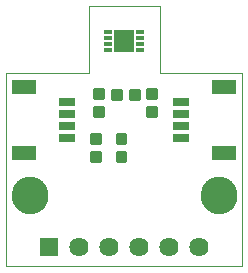
<source format=gts>
G75*
%MOIN*%
%OFA0B0*%
%FSLAX25Y25*%
%IPPOS*%
%LPD*%
%AMOC8*
5,1,8,0,0,1.08239X$1,22.5*
%
%ADD10C,0.00100*%
%ADD11C,0.00000*%
%ADD12C,0.12211*%
%ADD13C,0.01287*%
%ADD14R,0.06400X0.06400*%
%ADD15C,0.06400*%
%ADD16R,0.05715X0.02762*%
%ADD17R,0.08274X0.05124*%
%ADD18R,0.06502X0.07683*%
%ADD19R,0.02762X0.01581*%
D10*
X0011938Y0001701D02*
X0011938Y0066268D01*
X0039498Y0066268D01*
X0039498Y0088315D01*
X0063120Y0088315D01*
X0063120Y0066268D01*
X0090679Y0066268D01*
X0090679Y0001701D01*
X0011938Y0001701D01*
D11*
X0013906Y0025323D02*
X0013908Y0025476D01*
X0013914Y0025630D01*
X0013924Y0025783D01*
X0013938Y0025935D01*
X0013956Y0026088D01*
X0013978Y0026239D01*
X0014003Y0026390D01*
X0014033Y0026541D01*
X0014067Y0026691D01*
X0014104Y0026839D01*
X0014145Y0026987D01*
X0014190Y0027133D01*
X0014239Y0027279D01*
X0014292Y0027423D01*
X0014348Y0027565D01*
X0014408Y0027706D01*
X0014472Y0027846D01*
X0014539Y0027984D01*
X0014610Y0028120D01*
X0014685Y0028254D01*
X0014762Y0028386D01*
X0014844Y0028516D01*
X0014928Y0028644D01*
X0015016Y0028770D01*
X0015107Y0028893D01*
X0015201Y0029014D01*
X0015299Y0029132D01*
X0015399Y0029248D01*
X0015503Y0029361D01*
X0015609Y0029472D01*
X0015718Y0029580D01*
X0015830Y0029685D01*
X0015944Y0029786D01*
X0016062Y0029885D01*
X0016181Y0029981D01*
X0016303Y0030074D01*
X0016428Y0030163D01*
X0016555Y0030250D01*
X0016684Y0030332D01*
X0016815Y0030412D01*
X0016948Y0030488D01*
X0017083Y0030561D01*
X0017220Y0030630D01*
X0017359Y0030695D01*
X0017499Y0030757D01*
X0017641Y0030815D01*
X0017784Y0030870D01*
X0017929Y0030921D01*
X0018075Y0030968D01*
X0018222Y0031011D01*
X0018370Y0031050D01*
X0018519Y0031086D01*
X0018669Y0031117D01*
X0018820Y0031145D01*
X0018971Y0031169D01*
X0019124Y0031189D01*
X0019276Y0031205D01*
X0019429Y0031217D01*
X0019582Y0031225D01*
X0019735Y0031229D01*
X0019889Y0031229D01*
X0020042Y0031225D01*
X0020195Y0031217D01*
X0020348Y0031205D01*
X0020500Y0031189D01*
X0020653Y0031169D01*
X0020804Y0031145D01*
X0020955Y0031117D01*
X0021105Y0031086D01*
X0021254Y0031050D01*
X0021402Y0031011D01*
X0021549Y0030968D01*
X0021695Y0030921D01*
X0021840Y0030870D01*
X0021983Y0030815D01*
X0022125Y0030757D01*
X0022265Y0030695D01*
X0022404Y0030630D01*
X0022541Y0030561D01*
X0022676Y0030488D01*
X0022809Y0030412D01*
X0022940Y0030332D01*
X0023069Y0030250D01*
X0023196Y0030163D01*
X0023321Y0030074D01*
X0023443Y0029981D01*
X0023562Y0029885D01*
X0023680Y0029786D01*
X0023794Y0029685D01*
X0023906Y0029580D01*
X0024015Y0029472D01*
X0024121Y0029361D01*
X0024225Y0029248D01*
X0024325Y0029132D01*
X0024423Y0029014D01*
X0024517Y0028893D01*
X0024608Y0028770D01*
X0024696Y0028644D01*
X0024780Y0028516D01*
X0024862Y0028386D01*
X0024939Y0028254D01*
X0025014Y0028120D01*
X0025085Y0027984D01*
X0025152Y0027846D01*
X0025216Y0027706D01*
X0025276Y0027565D01*
X0025332Y0027423D01*
X0025385Y0027279D01*
X0025434Y0027133D01*
X0025479Y0026987D01*
X0025520Y0026839D01*
X0025557Y0026691D01*
X0025591Y0026541D01*
X0025621Y0026390D01*
X0025646Y0026239D01*
X0025668Y0026088D01*
X0025686Y0025935D01*
X0025700Y0025783D01*
X0025710Y0025630D01*
X0025716Y0025476D01*
X0025718Y0025323D01*
X0025716Y0025170D01*
X0025710Y0025016D01*
X0025700Y0024863D01*
X0025686Y0024711D01*
X0025668Y0024558D01*
X0025646Y0024407D01*
X0025621Y0024256D01*
X0025591Y0024105D01*
X0025557Y0023955D01*
X0025520Y0023807D01*
X0025479Y0023659D01*
X0025434Y0023513D01*
X0025385Y0023367D01*
X0025332Y0023223D01*
X0025276Y0023081D01*
X0025216Y0022940D01*
X0025152Y0022800D01*
X0025085Y0022662D01*
X0025014Y0022526D01*
X0024939Y0022392D01*
X0024862Y0022260D01*
X0024780Y0022130D01*
X0024696Y0022002D01*
X0024608Y0021876D01*
X0024517Y0021753D01*
X0024423Y0021632D01*
X0024325Y0021514D01*
X0024225Y0021398D01*
X0024121Y0021285D01*
X0024015Y0021174D01*
X0023906Y0021066D01*
X0023794Y0020961D01*
X0023680Y0020860D01*
X0023562Y0020761D01*
X0023443Y0020665D01*
X0023321Y0020572D01*
X0023196Y0020483D01*
X0023069Y0020396D01*
X0022940Y0020314D01*
X0022809Y0020234D01*
X0022676Y0020158D01*
X0022541Y0020085D01*
X0022404Y0020016D01*
X0022265Y0019951D01*
X0022125Y0019889D01*
X0021983Y0019831D01*
X0021840Y0019776D01*
X0021695Y0019725D01*
X0021549Y0019678D01*
X0021402Y0019635D01*
X0021254Y0019596D01*
X0021105Y0019560D01*
X0020955Y0019529D01*
X0020804Y0019501D01*
X0020653Y0019477D01*
X0020500Y0019457D01*
X0020348Y0019441D01*
X0020195Y0019429D01*
X0020042Y0019421D01*
X0019889Y0019417D01*
X0019735Y0019417D01*
X0019582Y0019421D01*
X0019429Y0019429D01*
X0019276Y0019441D01*
X0019124Y0019457D01*
X0018971Y0019477D01*
X0018820Y0019501D01*
X0018669Y0019529D01*
X0018519Y0019560D01*
X0018370Y0019596D01*
X0018222Y0019635D01*
X0018075Y0019678D01*
X0017929Y0019725D01*
X0017784Y0019776D01*
X0017641Y0019831D01*
X0017499Y0019889D01*
X0017359Y0019951D01*
X0017220Y0020016D01*
X0017083Y0020085D01*
X0016948Y0020158D01*
X0016815Y0020234D01*
X0016684Y0020314D01*
X0016555Y0020396D01*
X0016428Y0020483D01*
X0016303Y0020572D01*
X0016181Y0020665D01*
X0016062Y0020761D01*
X0015944Y0020860D01*
X0015830Y0020961D01*
X0015718Y0021066D01*
X0015609Y0021174D01*
X0015503Y0021285D01*
X0015399Y0021398D01*
X0015299Y0021514D01*
X0015201Y0021632D01*
X0015107Y0021753D01*
X0015016Y0021876D01*
X0014928Y0022002D01*
X0014844Y0022130D01*
X0014762Y0022260D01*
X0014685Y0022392D01*
X0014610Y0022526D01*
X0014539Y0022662D01*
X0014472Y0022800D01*
X0014408Y0022940D01*
X0014348Y0023081D01*
X0014292Y0023223D01*
X0014239Y0023367D01*
X0014190Y0023513D01*
X0014145Y0023659D01*
X0014104Y0023807D01*
X0014067Y0023955D01*
X0014033Y0024105D01*
X0014003Y0024256D01*
X0013978Y0024407D01*
X0013956Y0024558D01*
X0013938Y0024711D01*
X0013924Y0024863D01*
X0013914Y0025016D01*
X0013908Y0025170D01*
X0013906Y0025323D01*
X0076899Y0025323D02*
X0076901Y0025476D01*
X0076907Y0025630D01*
X0076917Y0025783D01*
X0076931Y0025935D01*
X0076949Y0026088D01*
X0076971Y0026239D01*
X0076996Y0026390D01*
X0077026Y0026541D01*
X0077060Y0026691D01*
X0077097Y0026839D01*
X0077138Y0026987D01*
X0077183Y0027133D01*
X0077232Y0027279D01*
X0077285Y0027423D01*
X0077341Y0027565D01*
X0077401Y0027706D01*
X0077465Y0027846D01*
X0077532Y0027984D01*
X0077603Y0028120D01*
X0077678Y0028254D01*
X0077755Y0028386D01*
X0077837Y0028516D01*
X0077921Y0028644D01*
X0078009Y0028770D01*
X0078100Y0028893D01*
X0078194Y0029014D01*
X0078292Y0029132D01*
X0078392Y0029248D01*
X0078496Y0029361D01*
X0078602Y0029472D01*
X0078711Y0029580D01*
X0078823Y0029685D01*
X0078937Y0029786D01*
X0079055Y0029885D01*
X0079174Y0029981D01*
X0079296Y0030074D01*
X0079421Y0030163D01*
X0079548Y0030250D01*
X0079677Y0030332D01*
X0079808Y0030412D01*
X0079941Y0030488D01*
X0080076Y0030561D01*
X0080213Y0030630D01*
X0080352Y0030695D01*
X0080492Y0030757D01*
X0080634Y0030815D01*
X0080777Y0030870D01*
X0080922Y0030921D01*
X0081068Y0030968D01*
X0081215Y0031011D01*
X0081363Y0031050D01*
X0081512Y0031086D01*
X0081662Y0031117D01*
X0081813Y0031145D01*
X0081964Y0031169D01*
X0082117Y0031189D01*
X0082269Y0031205D01*
X0082422Y0031217D01*
X0082575Y0031225D01*
X0082728Y0031229D01*
X0082882Y0031229D01*
X0083035Y0031225D01*
X0083188Y0031217D01*
X0083341Y0031205D01*
X0083493Y0031189D01*
X0083646Y0031169D01*
X0083797Y0031145D01*
X0083948Y0031117D01*
X0084098Y0031086D01*
X0084247Y0031050D01*
X0084395Y0031011D01*
X0084542Y0030968D01*
X0084688Y0030921D01*
X0084833Y0030870D01*
X0084976Y0030815D01*
X0085118Y0030757D01*
X0085258Y0030695D01*
X0085397Y0030630D01*
X0085534Y0030561D01*
X0085669Y0030488D01*
X0085802Y0030412D01*
X0085933Y0030332D01*
X0086062Y0030250D01*
X0086189Y0030163D01*
X0086314Y0030074D01*
X0086436Y0029981D01*
X0086555Y0029885D01*
X0086673Y0029786D01*
X0086787Y0029685D01*
X0086899Y0029580D01*
X0087008Y0029472D01*
X0087114Y0029361D01*
X0087218Y0029248D01*
X0087318Y0029132D01*
X0087416Y0029014D01*
X0087510Y0028893D01*
X0087601Y0028770D01*
X0087689Y0028644D01*
X0087773Y0028516D01*
X0087855Y0028386D01*
X0087932Y0028254D01*
X0088007Y0028120D01*
X0088078Y0027984D01*
X0088145Y0027846D01*
X0088209Y0027706D01*
X0088269Y0027565D01*
X0088325Y0027423D01*
X0088378Y0027279D01*
X0088427Y0027133D01*
X0088472Y0026987D01*
X0088513Y0026839D01*
X0088550Y0026691D01*
X0088584Y0026541D01*
X0088614Y0026390D01*
X0088639Y0026239D01*
X0088661Y0026088D01*
X0088679Y0025935D01*
X0088693Y0025783D01*
X0088703Y0025630D01*
X0088709Y0025476D01*
X0088711Y0025323D01*
X0088709Y0025170D01*
X0088703Y0025016D01*
X0088693Y0024863D01*
X0088679Y0024711D01*
X0088661Y0024558D01*
X0088639Y0024407D01*
X0088614Y0024256D01*
X0088584Y0024105D01*
X0088550Y0023955D01*
X0088513Y0023807D01*
X0088472Y0023659D01*
X0088427Y0023513D01*
X0088378Y0023367D01*
X0088325Y0023223D01*
X0088269Y0023081D01*
X0088209Y0022940D01*
X0088145Y0022800D01*
X0088078Y0022662D01*
X0088007Y0022526D01*
X0087932Y0022392D01*
X0087855Y0022260D01*
X0087773Y0022130D01*
X0087689Y0022002D01*
X0087601Y0021876D01*
X0087510Y0021753D01*
X0087416Y0021632D01*
X0087318Y0021514D01*
X0087218Y0021398D01*
X0087114Y0021285D01*
X0087008Y0021174D01*
X0086899Y0021066D01*
X0086787Y0020961D01*
X0086673Y0020860D01*
X0086555Y0020761D01*
X0086436Y0020665D01*
X0086314Y0020572D01*
X0086189Y0020483D01*
X0086062Y0020396D01*
X0085933Y0020314D01*
X0085802Y0020234D01*
X0085669Y0020158D01*
X0085534Y0020085D01*
X0085397Y0020016D01*
X0085258Y0019951D01*
X0085118Y0019889D01*
X0084976Y0019831D01*
X0084833Y0019776D01*
X0084688Y0019725D01*
X0084542Y0019678D01*
X0084395Y0019635D01*
X0084247Y0019596D01*
X0084098Y0019560D01*
X0083948Y0019529D01*
X0083797Y0019501D01*
X0083646Y0019477D01*
X0083493Y0019457D01*
X0083341Y0019441D01*
X0083188Y0019429D01*
X0083035Y0019421D01*
X0082882Y0019417D01*
X0082728Y0019417D01*
X0082575Y0019421D01*
X0082422Y0019429D01*
X0082269Y0019441D01*
X0082117Y0019457D01*
X0081964Y0019477D01*
X0081813Y0019501D01*
X0081662Y0019529D01*
X0081512Y0019560D01*
X0081363Y0019596D01*
X0081215Y0019635D01*
X0081068Y0019678D01*
X0080922Y0019725D01*
X0080777Y0019776D01*
X0080634Y0019831D01*
X0080492Y0019889D01*
X0080352Y0019951D01*
X0080213Y0020016D01*
X0080076Y0020085D01*
X0079941Y0020158D01*
X0079808Y0020234D01*
X0079677Y0020314D01*
X0079548Y0020396D01*
X0079421Y0020483D01*
X0079296Y0020572D01*
X0079174Y0020665D01*
X0079055Y0020761D01*
X0078937Y0020860D01*
X0078823Y0020961D01*
X0078711Y0021066D01*
X0078602Y0021174D01*
X0078496Y0021285D01*
X0078392Y0021398D01*
X0078292Y0021514D01*
X0078194Y0021632D01*
X0078100Y0021753D01*
X0078009Y0021876D01*
X0077921Y0022002D01*
X0077837Y0022130D01*
X0077755Y0022260D01*
X0077678Y0022392D01*
X0077603Y0022526D01*
X0077532Y0022662D01*
X0077465Y0022800D01*
X0077401Y0022940D01*
X0077341Y0023081D01*
X0077285Y0023223D01*
X0077232Y0023367D01*
X0077183Y0023513D01*
X0077138Y0023659D01*
X0077097Y0023807D01*
X0077060Y0023955D01*
X0077026Y0024105D01*
X0076996Y0024256D01*
X0076971Y0024407D01*
X0076949Y0024558D01*
X0076931Y0024711D01*
X0076917Y0024863D01*
X0076907Y0025016D01*
X0076901Y0025170D01*
X0076899Y0025323D01*
D12*
X0082805Y0025323D03*
X0019812Y0025323D03*
D13*
X0040731Y0036894D02*
X0040731Y0039508D01*
X0043345Y0039508D01*
X0043345Y0036894D01*
X0040731Y0036894D01*
X0040731Y0038117D02*
X0043345Y0038117D01*
X0043345Y0039340D02*
X0040731Y0039340D01*
X0040731Y0042894D02*
X0040731Y0045508D01*
X0043345Y0045508D01*
X0043345Y0042894D01*
X0040731Y0042894D01*
X0040731Y0044117D02*
X0043345Y0044117D01*
X0043345Y0045340D02*
X0040731Y0045340D01*
X0044245Y0051794D02*
X0044245Y0054408D01*
X0044245Y0051794D02*
X0041631Y0051794D01*
X0041631Y0054408D01*
X0044245Y0054408D01*
X0044245Y0053017D02*
X0041631Y0053017D01*
X0041631Y0054240D02*
X0044245Y0054240D01*
X0044245Y0057794D02*
X0044245Y0060408D01*
X0044245Y0057794D02*
X0041631Y0057794D01*
X0041631Y0060408D01*
X0044245Y0060408D01*
X0044245Y0059017D02*
X0041631Y0059017D01*
X0041631Y0060240D02*
X0044245Y0060240D01*
X0047576Y0057594D02*
X0050190Y0057594D01*
X0047576Y0057594D02*
X0047576Y0060208D01*
X0050190Y0060208D01*
X0050190Y0057594D01*
X0050190Y0058817D02*
X0047576Y0058817D01*
X0047576Y0060040D02*
X0050190Y0060040D01*
X0053576Y0057594D02*
X0056190Y0057594D01*
X0053576Y0057594D02*
X0053576Y0060208D01*
X0056190Y0060208D01*
X0056190Y0057594D01*
X0056190Y0058817D02*
X0053576Y0058817D01*
X0053576Y0060040D02*
X0056190Y0060040D01*
X0059307Y0060420D02*
X0059307Y0057806D01*
X0059307Y0060420D02*
X0061921Y0060420D01*
X0061921Y0057806D01*
X0059307Y0057806D01*
X0059307Y0059029D02*
X0061921Y0059029D01*
X0061921Y0060252D02*
X0059307Y0060252D01*
X0059307Y0054420D02*
X0059307Y0051806D01*
X0059307Y0054420D02*
X0061921Y0054420D01*
X0061921Y0051806D01*
X0059307Y0051806D01*
X0059307Y0053029D02*
X0061921Y0053029D01*
X0061921Y0054252D02*
X0059307Y0054252D01*
X0049131Y0045508D02*
X0049131Y0042894D01*
X0049131Y0045508D02*
X0051745Y0045508D01*
X0051745Y0042894D01*
X0049131Y0042894D01*
X0049131Y0044117D02*
X0051745Y0044117D01*
X0051745Y0045340D02*
X0049131Y0045340D01*
X0049131Y0039508D02*
X0049131Y0036894D01*
X0049131Y0039508D02*
X0051745Y0039508D01*
X0051745Y0036894D01*
X0049131Y0036894D01*
X0049131Y0038117D02*
X0051745Y0038117D01*
X0051745Y0039340D02*
X0049131Y0039340D01*
D14*
X0026309Y0008000D03*
D15*
X0036309Y0008000D03*
X0046309Y0008000D03*
X0056309Y0008000D03*
X0066309Y0008000D03*
X0076309Y0008000D03*
D16*
X0070206Y0044614D03*
X0070206Y0048551D03*
X0070206Y0052488D03*
X0070206Y0056425D03*
X0032411Y0056425D03*
X0032411Y0052488D03*
X0032411Y0048551D03*
X0032411Y0044614D03*
D17*
X0017942Y0039496D03*
X0017942Y0061543D03*
X0084675Y0061543D03*
X0084675Y0039496D03*
D18*
X0051309Y0076701D03*
D19*
X0056623Y0077685D03*
X0056623Y0075717D03*
X0056623Y0073748D03*
X0056623Y0079654D03*
X0045994Y0079654D03*
X0045994Y0077685D03*
X0045994Y0075717D03*
X0045994Y0073748D03*
M02*

</source>
